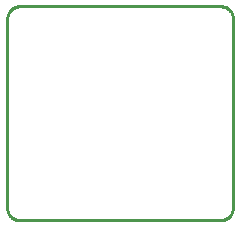
<source format=gbr>
G04 EAGLE Gerber RS-274X export*
G75*
%MOMM*%
%FSLAX34Y34*%
%LPD*%
%IN*%
%IPPOS*%
%AMOC8*
5,1,8,0,0,1.08239X$1,22.5*%
G01*
%ADD10C,0.254000*%


D10*
X10Y10000D02*
X10Y9998D01*
X48Y9126D01*
X161Y8261D01*
X349Y7410D01*
X611Y6578D01*
X944Y5771D01*
X1346Y4997D01*
X1814Y4261D01*
X2345Y3569D01*
X2934Y2925D01*
X3576Y2336D01*
X4268Y1804D01*
X5003Y1335D01*
X5777Y932D01*
X6583Y597D01*
X7414Y334D01*
X8266Y145D01*
X9131Y30D01*
X10002Y-8D01*
X181002Y-150D01*
X181003Y-150D01*
X181874Y-112D01*
X182740Y2D01*
X183592Y190D01*
X184424Y452D01*
X185231Y786D01*
X186005Y1189D01*
X186741Y1657D01*
X187434Y2188D01*
X188077Y2778D01*
X188667Y3421D01*
X189199Y4113D01*
X189668Y4849D01*
X190071Y5623D01*
X190405Y6429D01*
X190668Y7261D01*
X190857Y8113D01*
X190972Y8978D01*
X191010Y9850D01*
X191010Y170785D01*
X191010Y170786D01*
X190972Y171658D01*
X190858Y172523D01*
X190669Y173374D01*
X190406Y174206D01*
X190072Y175012D01*
X189670Y175786D01*
X189201Y176522D01*
X188670Y177214D01*
X188080Y177857D01*
X187437Y178446D01*
X186745Y178977D01*
X186009Y179446D01*
X185235Y179848D01*
X184429Y180182D01*
X183597Y180444D01*
X182745Y180633D01*
X181880Y180747D01*
X181009Y180785D01*
X10174Y180760D01*
X10113Y180760D01*
X9244Y180720D01*
X8382Y180603D01*
X7534Y180413D01*
X6705Y180148D01*
X5902Y179813D01*
X5132Y179409D01*
X4400Y178939D01*
X3712Y178408D01*
X3073Y177818D01*
X2487Y177175D01*
X1960Y176483D01*
X1495Y175748D01*
X1096Y174976D01*
X765Y174171D01*
X507Y173341D01*
X321Y172491D01*
X210Y171628D01*
X175Y170759D01*
X10Y10000D01*
M02*

</source>
